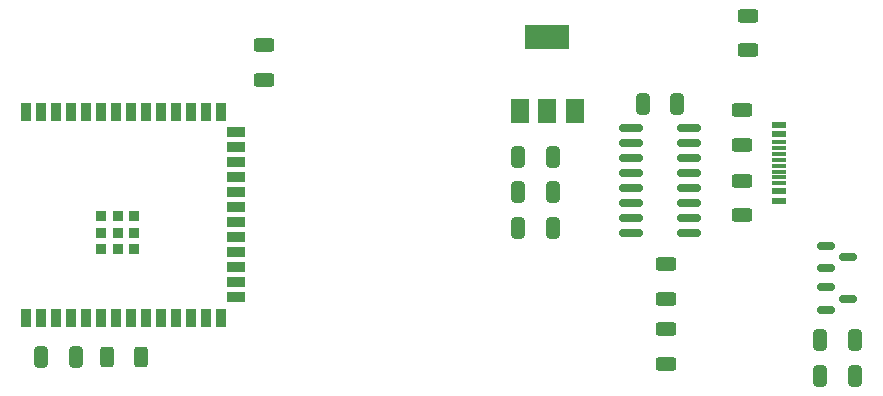
<source format=gbr>
%TF.GenerationSoftware,KiCad,Pcbnew,7.0.7*%
%TF.CreationDate,2024-01-15T23:48:35+01:00*%
%TF.ProjectId,FlipperZeroESP32,466c6970-7065-4725-9a65-726f45535033,rev?*%
%TF.SameCoordinates,Original*%
%TF.FileFunction,Paste,Top*%
%TF.FilePolarity,Positive*%
%FSLAX46Y46*%
G04 Gerber Fmt 4.6, Leading zero omitted, Abs format (unit mm)*
G04 Created by KiCad (PCBNEW 7.0.7) date 2024-01-15 23:48:35*
%MOMM*%
%LPD*%
G01*
G04 APERTURE LIST*
G04 Aperture macros list*
%AMRoundRect*
0 Rectangle with rounded corners*
0 $1 Rounding radius*
0 $2 $3 $4 $5 $6 $7 $8 $9 X,Y pos of 4 corners*
0 Add a 4 corners polygon primitive as box body*
4,1,4,$2,$3,$4,$5,$6,$7,$8,$9,$2,$3,0*
0 Add four circle primitives for the rounded corners*
1,1,$1+$1,$2,$3*
1,1,$1+$1,$4,$5*
1,1,$1+$1,$6,$7*
1,1,$1+$1,$8,$9*
0 Add four rect primitives between the rounded corners*
20,1,$1+$1,$2,$3,$4,$5,0*
20,1,$1+$1,$4,$5,$6,$7,0*
20,1,$1+$1,$6,$7,$8,$9,0*
20,1,$1+$1,$8,$9,$2,$3,0*%
G04 Aperture macros list end*
%ADD10RoundRect,0.250000X0.325000X0.650000X-0.325000X0.650000X-0.325000X-0.650000X0.325000X-0.650000X0*%
%ADD11RoundRect,0.250000X-0.625000X0.312500X-0.625000X-0.312500X0.625000X-0.312500X0.625000X0.312500X0*%
%ADD12RoundRect,0.250000X0.312500X0.625000X-0.312500X0.625000X-0.312500X-0.625000X0.312500X-0.625000X0*%
%ADD13RoundRect,0.250000X-0.325000X-0.650000X0.325000X-0.650000X0.325000X0.650000X-0.325000X0.650000X0*%
%ADD14R,1.500000X2.000000*%
%ADD15R,3.800000X2.000000*%
%ADD16RoundRect,0.150000X-0.587500X-0.150000X0.587500X-0.150000X0.587500X0.150000X-0.587500X0.150000X0*%
%ADD17RoundRect,0.150000X0.825000X0.150000X-0.825000X0.150000X-0.825000X-0.150000X0.825000X-0.150000X0*%
%ADD18RoundRect,0.250000X0.625000X-0.312500X0.625000X0.312500X-0.625000X0.312500X-0.625000X-0.312500X0*%
%ADD19R,0.900000X1.500000*%
%ADD20R,1.500000X0.900000*%
%ADD21R,0.900000X0.900000*%
%ADD22R,1.240000X0.600000*%
%ADD23R,1.240000X0.300000*%
G04 APERTURE END LIST*
D10*
%TO.C,C1*%
X168000000Y-111000000D03*
X165050000Y-111000000D03*
%TD*%
%TO.C,C2*%
X157475000Y-121500000D03*
X154525000Y-121500000D03*
%TD*%
%TO.C,C4*%
X157475000Y-115500000D03*
X154525000Y-115500000D03*
%TD*%
D11*
%TO.C,R5*%
X133000000Y-106037500D03*
X133000000Y-108962500D03*
%TD*%
D10*
%TO.C,C7*%
X117075000Y-132461000D03*
X114125000Y-132461000D03*
%TD*%
D12*
%TO.C,R4*%
X122620500Y-132461000D03*
X119695500Y-132461000D03*
%TD*%
D13*
%TO.C,C6*%
X180087500Y-131050000D03*
X183037500Y-131050000D03*
%TD*%
D14*
%TO.C,U1*%
X154700000Y-111650000D03*
X157000000Y-111650000D03*
D15*
X157000000Y-105350000D03*
D14*
X159300000Y-111650000D03*
%TD*%
D11*
%TO.C,R7*%
X167000000Y-124575000D03*
X167000000Y-127500000D03*
%TD*%
D16*
%TO.C,Q2*%
X180562500Y-126550000D03*
X180562500Y-128450000D03*
X182437500Y-127500000D03*
%TD*%
D11*
%TO.C,R1*%
X173500000Y-117537500D03*
X173500000Y-120462500D03*
%TD*%
D16*
%TO.C,Q1*%
X180562500Y-123050000D03*
X180562500Y-124950000D03*
X182437500Y-124000000D03*
%TD*%
D17*
%TO.C,U2*%
X169000000Y-121945000D03*
X169000000Y-120675000D03*
X169000000Y-119405000D03*
X169000000Y-118135000D03*
X169000000Y-116865000D03*
X169000000Y-115595000D03*
X169000000Y-114325000D03*
X169000000Y-113055000D03*
X164050000Y-113055000D03*
X164050000Y-114325000D03*
X164050000Y-115595000D03*
X164050000Y-116865000D03*
X164050000Y-118135000D03*
X164050000Y-119405000D03*
X164050000Y-120675000D03*
X164050000Y-121945000D03*
%TD*%
D18*
%TO.C,R2*%
X173500000Y-114462500D03*
X173500000Y-111537500D03*
%TD*%
D19*
%TO.C,U3*%
X112880000Y-129170000D03*
X114150000Y-129170000D03*
X115420000Y-129170000D03*
X116690000Y-129170000D03*
X117960000Y-129170000D03*
X119230000Y-129170000D03*
X120500000Y-129170000D03*
X121770000Y-129170000D03*
X123040000Y-129170000D03*
X124310000Y-129170000D03*
X125580000Y-129170000D03*
X126850000Y-129170000D03*
X128120000Y-129170000D03*
X129390000Y-129170000D03*
D20*
X130640000Y-127405000D03*
X130640000Y-126135000D03*
X130640000Y-124865000D03*
X130640000Y-123595000D03*
X130640000Y-122325000D03*
X130640000Y-121055000D03*
X130640000Y-119785000D03*
X130640000Y-118515000D03*
X130640000Y-117245000D03*
X130640000Y-115975000D03*
X130640000Y-114705000D03*
X130640000Y-113435000D03*
D19*
X129390000Y-111670000D03*
X128120000Y-111670000D03*
X126850000Y-111670000D03*
X125580000Y-111670000D03*
X124310000Y-111670000D03*
X123040000Y-111670000D03*
X121770000Y-111670000D03*
X120500000Y-111670000D03*
X119230000Y-111670000D03*
X117960000Y-111670000D03*
X116690000Y-111670000D03*
X115420000Y-111670000D03*
X114150000Y-111670000D03*
X112880000Y-111670000D03*
D21*
X119200000Y-123320000D03*
X120600000Y-123320000D03*
X122000000Y-123320000D03*
X122000000Y-123320000D03*
X119200000Y-121920000D03*
X119200000Y-121920000D03*
X120600000Y-121920000D03*
X122000000Y-121920000D03*
X119200000Y-120520000D03*
X120600000Y-120520000D03*
X122000000Y-120520000D03*
%TD*%
D22*
%TO.C,J3*%
X176615000Y-119200000D03*
X176615000Y-118400000D03*
D23*
X176615000Y-117250000D03*
X176615000Y-116250000D03*
X176615000Y-115750000D03*
X176615000Y-114750000D03*
D22*
X176615000Y-113600000D03*
X176615000Y-112800000D03*
X176615000Y-112800000D03*
X176615000Y-113600000D03*
D23*
X176615000Y-114250000D03*
X176615000Y-115250000D03*
X176615000Y-116750000D03*
X176615000Y-117750000D03*
D22*
X176615000Y-118400000D03*
X176615000Y-119200000D03*
%TD*%
D13*
%TO.C,C5*%
X180087500Y-134050000D03*
X183037500Y-134050000D03*
%TD*%
D18*
%TO.C,R3*%
X174000000Y-106462500D03*
X174000000Y-103537500D03*
%TD*%
D11*
%TO.C,R6*%
X167000000Y-130075000D03*
X167000000Y-133000000D03*
%TD*%
D10*
%TO.C,C3*%
X157475000Y-118500000D03*
X154525000Y-118500000D03*
%TD*%
M02*

</source>
